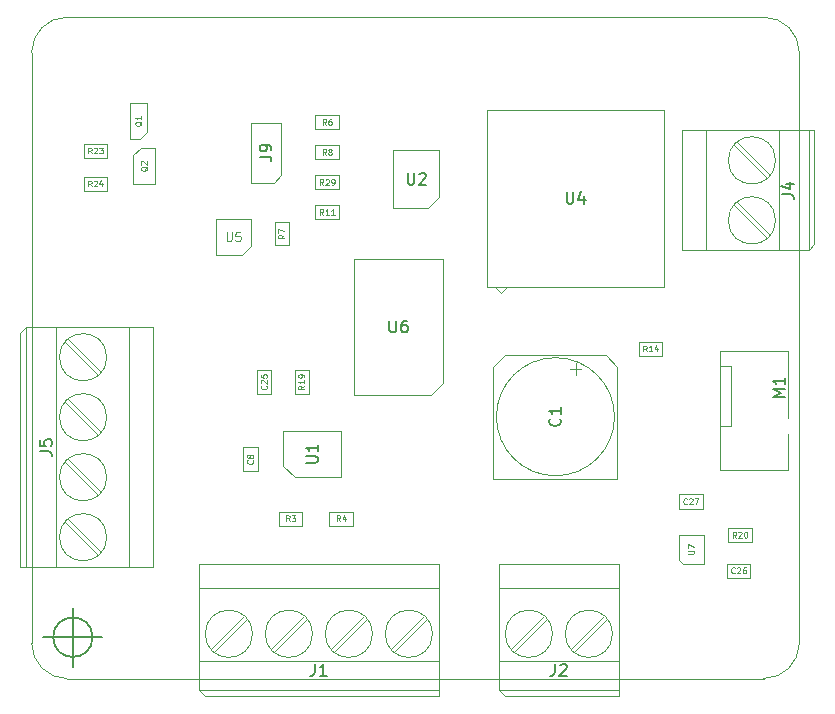
<source format=gbr>
G04 #@! TF.GenerationSoftware,KiCad,Pcbnew,(5.1.5-0-10_14)*
G04 #@! TF.CreationDate,2020-08-15T14:14:15-04:00*
G04 #@! TF.ProjectId,Mimosa-Power-Hat,4d696d6f-7361-42d5-906f-7765722d4861,rev?*
G04 #@! TF.SameCoordinates,PX4e3d4c0PY6c12040*
G04 #@! TF.FileFunction,Other,Fab,Top*
%FSLAX46Y46*%
G04 Gerber Fmt 4.6, Leading zero omitted, Abs format (unit mm)*
G04 Created by KiCad (PCBNEW (5.1.5-0-10_14)) date 2020-08-15 14:14:15*
%MOMM*%
%LPD*%
G04 APERTURE LIST*
%ADD10C,0.150000*%
%ADD11C,0.100000*%
%ADD12C,0.080000*%
%ADD13C,0.110000*%
%ADD14C,0.075000*%
G04 APERTURE END LIST*
D10*
X1666666Y0D02*
G75*
G03X1666666Y0I-1666666J0D01*
G01*
X-2500000Y0D02*
X2500000Y0D01*
X0Y2500000D02*
X0Y-2500000D01*
D11*
X-3493644Y49502389D02*
X-3493644Y-497611D01*
X-3493644Y49502389D02*
G75*
G02X-493644Y52502389I3000000J0D01*
G01*
X58506356Y52502389D02*
X-493644Y52502389D01*
X58506356Y52502389D02*
G75*
G02X61506356Y49502389I0J-3000000D01*
G01*
X61506351Y-502847D02*
X61506356Y49502389D01*
X-493644Y-3497611D02*
G75*
G02X-3493644Y-497611I0J3000000D01*
G01*
X-493644Y-3497611D02*
X58506356Y-3497611D01*
X61506351Y-502847D02*
G75*
G02X58506356Y-3497611I-2999995J5236D01*
G01*
X43060000Y22728325D02*
X42060000Y22728325D01*
X42560000Y23228325D02*
X42560000Y22228325D01*
X36610000Y23920000D02*
X35610000Y22920000D01*
X45110000Y23920000D02*
X46110000Y22920000D01*
X45110000Y23920000D02*
X36610000Y23920000D01*
X35610000Y22920000D02*
X35610000Y13420000D01*
X46110000Y22920000D02*
X46110000Y13420000D01*
X46110000Y13420000D02*
X35610000Y13420000D01*
X45860000Y18670000D02*
G75*
G03X45860000Y18670000I-5000000J0D01*
G01*
X31035000Y37296000D02*
X30060000Y36321000D01*
X31035000Y41221000D02*
X31035000Y37296000D01*
X27135000Y41221000D02*
X31035000Y41221000D01*
X27135000Y36321000D02*
X27135000Y41221000D01*
X30060000Y36321000D02*
X27135000Y36321000D01*
X2382600Y7195800D02*
X-407400Y9984800D01*
X2138600Y6951800D02*
X-651400Y9740800D01*
X2382600Y12275800D02*
X-407400Y15064800D01*
X2138600Y12031800D02*
X-651400Y14820800D01*
X2382600Y17355800D02*
X-407400Y20144800D01*
X2138600Y17111800D02*
X-651400Y19900800D01*
X2382600Y22435800D02*
X-407400Y25225800D01*
X2138600Y22191800D02*
X-651400Y24981800D01*
X4765600Y26248800D02*
X4765600Y5928800D01*
X-1434400Y26248800D02*
X-1434400Y5928800D01*
X-3934400Y26248800D02*
X-3934400Y5928800D01*
X-3934400Y26248800D02*
X6765600Y26248800D01*
X-4434400Y25748800D02*
X-3934400Y26248800D01*
X-4434400Y5928800D02*
X-4434400Y25748800D01*
X6765600Y5928800D02*
X-4434400Y5928800D01*
X6765600Y26248800D02*
X6765600Y5928800D01*
X2865600Y8468800D02*
G75*
G03X2865600Y8468800I-2000000J0D01*
G01*
X2865600Y13548800D02*
G75*
G03X2865600Y13548800I-2000000J0D01*
G01*
X2865600Y18628800D02*
G75*
G03X2865600Y18628800I-2000000J0D01*
G01*
X2865600Y23708800D02*
G75*
G03X2865600Y23708800I-2000000J0D01*
G01*
X55975360Y41649280D02*
X58765360Y38860280D01*
X56219360Y41893280D02*
X59009360Y39104280D01*
X55975360Y36569280D02*
X58765360Y33779280D01*
X56219360Y36813280D02*
X59009360Y34023280D01*
X53592360Y32756280D02*
X53592360Y42916280D01*
X59792360Y32756280D02*
X59792360Y42916280D01*
X62292360Y32756280D02*
X62292360Y42916280D01*
X62292360Y32756280D02*
X51592360Y32756280D01*
X62792360Y33256280D02*
X62292360Y32756280D01*
X62792360Y42916280D02*
X62792360Y33256280D01*
X51592360Y42916280D02*
X62792360Y42916280D01*
X51592360Y32756280D02*
X51592360Y42916280D01*
X59492360Y40376280D02*
G75*
G03X59492360Y40376280I-2000000J0D01*
G01*
X59492360Y35296280D02*
G75*
G03X59492360Y35296280I-2000000J0D01*
G01*
X44963000Y1807000D02*
X42174000Y-983000D01*
X45207000Y1563000D02*
X42418000Y-1227000D01*
X39883000Y1807000D02*
X37093000Y-983000D01*
X40127000Y1563000D02*
X37337000Y-1227000D01*
X36070000Y4190000D02*
X46230000Y4190000D01*
X36070000Y-2010000D02*
X46230000Y-2010000D01*
X36070000Y-4510000D02*
X46230000Y-4510000D01*
X36070000Y-4510000D02*
X36070000Y6190000D01*
X36570000Y-5010000D02*
X36070000Y-4510000D01*
X46230000Y-5010000D02*
X36570000Y-5010000D01*
X46230000Y6190000D02*
X46230000Y-5010000D01*
X36070000Y6190000D02*
X46230000Y6190000D01*
X45690000Y290000D02*
G75*
G03X45690000Y290000I-2000000J0D01*
G01*
X40610000Y290000D02*
G75*
G03X40610000Y290000I-2000000J0D01*
G01*
X29723000Y1807000D02*
X26934000Y-983000D01*
X29967000Y1563000D02*
X27178000Y-1227000D01*
X24643000Y1807000D02*
X21854000Y-983000D01*
X24887000Y1563000D02*
X22098000Y-1227000D01*
X19563000Y1807000D02*
X16774000Y-983000D01*
X19807000Y1563000D02*
X17018000Y-1227000D01*
X14483000Y1807000D02*
X11693000Y-983000D01*
X14727000Y1563000D02*
X11937000Y-1227000D01*
X10670000Y4190000D02*
X30990000Y4190000D01*
X10670000Y-2010000D02*
X30990000Y-2010000D01*
X10670000Y-4510000D02*
X30990000Y-4510000D01*
X10670000Y-4510000D02*
X10670000Y6190000D01*
X11170000Y-5010000D02*
X10670000Y-4510000D01*
X30990000Y-5010000D02*
X11170000Y-5010000D01*
X30990000Y6190000D02*
X30990000Y-5010000D01*
X10670000Y6190000D02*
X30990000Y6190000D01*
X30450000Y290000D02*
G75*
G03X30450000Y290000I-2000000J0D01*
G01*
X25370000Y290000D02*
G75*
G03X25370000Y290000I-2000000J0D01*
G01*
X20290000Y290000D02*
G75*
G03X20290000Y290000I-2000000J0D01*
G01*
X15210000Y290000D02*
G75*
G03X15210000Y290000I-2000000J0D01*
G01*
X53409020Y6229940D02*
X53409020Y8629940D01*
X53409020Y8629940D02*
X51309020Y8629940D01*
X51309020Y8629940D02*
X51309020Y6529940D01*
X51309020Y6529940D02*
X51659020Y6229940D01*
X51659020Y6229940D02*
X53409020Y6229940D01*
X55478900Y9259300D02*
X57478900Y9259300D01*
X55478900Y8059300D02*
X55478900Y9259300D01*
X57478900Y8059300D02*
X55478900Y8059300D01*
X57478900Y9259300D02*
X57478900Y8059300D01*
X51315840Y12093940D02*
X53315840Y12093940D01*
X51315840Y10893940D02*
X51315840Y12093940D01*
X53315840Y10893940D02*
X51315840Y10893940D01*
X53315840Y12093940D02*
X53315840Y10893940D01*
X55372220Y6239240D02*
X57372220Y6239240D01*
X55372220Y5039240D02*
X55372220Y6239240D01*
X57372220Y5039240D02*
X55372220Y5039240D01*
X57372220Y6239240D02*
X57372220Y5039240D01*
X20528500Y36577000D02*
X22528500Y36577000D01*
X20528500Y35377000D02*
X20528500Y36577000D01*
X22528500Y35377000D02*
X20528500Y35377000D01*
X22528500Y36577000D02*
X22528500Y35377000D01*
X18798740Y13559680D02*
X17823740Y14534680D01*
X22723740Y13559680D02*
X18798740Y13559680D01*
X22723740Y17459680D02*
X22723740Y13559680D01*
X17823740Y17459680D02*
X22723740Y17459680D01*
X17823740Y14534680D02*
X17823740Y17459680D01*
X22528500Y37917000D02*
X20528500Y37917000D01*
X22528500Y39117000D02*
X22528500Y37917000D01*
X20528500Y39117000D02*
X22528500Y39117000D01*
X20528500Y37917000D02*
X20528500Y39117000D01*
X907000Y38990000D02*
X2907000Y38990000D01*
X907000Y37790000D02*
X907000Y38990000D01*
X2907000Y37790000D02*
X907000Y37790000D01*
X2907000Y38990000D02*
X2907000Y37790000D01*
X907000Y41784000D02*
X2907000Y41784000D01*
X907000Y40584000D02*
X907000Y41784000D01*
X2907000Y40584000D02*
X907000Y40584000D01*
X2907000Y41784000D02*
X2907000Y40584000D01*
X18769500Y20626000D02*
X18769500Y22626000D01*
X19969500Y20626000D02*
X18769500Y20626000D01*
X19969500Y22626000D02*
X19969500Y20626000D01*
X18769500Y22626000D02*
X19969500Y22626000D01*
X47910000Y25020000D02*
X49910000Y25020000D01*
X47910000Y23820000D02*
X47910000Y25020000D01*
X49910000Y23820000D02*
X47910000Y23820000D01*
X49910000Y25020000D02*
X49910000Y23820000D01*
X22528500Y40457000D02*
X20528500Y40457000D01*
X22528500Y41657000D02*
X22528500Y40457000D01*
X20528500Y41657000D02*
X22528500Y41657000D01*
X20528500Y40457000D02*
X20528500Y41657000D01*
X18280400Y35173600D02*
X18280400Y33173600D01*
X17080400Y35173600D02*
X18280400Y35173600D01*
X17080400Y33173600D02*
X17080400Y35173600D01*
X18280400Y33173600D02*
X17080400Y33173600D01*
X22528500Y42997000D02*
X20528500Y42997000D01*
X22528500Y44197000D02*
X22528500Y42997000D01*
X20528500Y44197000D02*
X22528500Y44197000D01*
X20528500Y42997000D02*
X20528500Y44197000D01*
X23726220Y9443600D02*
X21726220Y9443600D01*
X23726220Y10643600D02*
X23726220Y9443600D01*
X21726220Y10643600D02*
X23726220Y10643600D01*
X21726220Y9443600D02*
X21726220Y10643600D01*
X17432240Y10643600D02*
X19432240Y10643600D01*
X17432240Y9443600D02*
X17432240Y10643600D01*
X19432240Y9443600D02*
X17432240Y9443600D01*
X19432240Y10643600D02*
X19432240Y9443600D01*
X15594500Y20626000D02*
X15594500Y22626000D01*
X16794500Y20626000D02*
X15594500Y20626000D01*
X16794500Y22626000D02*
X16794500Y20626000D01*
X15594500Y22626000D02*
X16794500Y22626000D01*
X15636260Y16075340D02*
X15636260Y14075340D01*
X14436260Y16075340D02*
X15636260Y16075340D01*
X14436260Y14075340D02*
X14436260Y16075340D01*
X15636260Y14075340D02*
X14436260Y14075340D01*
X31311000Y21486500D02*
X30311000Y20486500D01*
X31311000Y32036500D02*
X31311000Y21486500D01*
X23811000Y32036500D02*
X31311000Y32036500D01*
X23811000Y20486500D02*
X23811000Y32036500D01*
X30311000Y20486500D02*
X23811000Y20486500D01*
X15091000Y33131500D02*
X14341000Y32381500D01*
X15091000Y35381500D02*
X15091000Y33131500D01*
X12091000Y35381500D02*
X15091000Y35381500D01*
X12091000Y32381500D02*
X12091000Y35381500D01*
X14341000Y32381500D02*
X12091000Y32381500D01*
X60558780Y24224740D02*
X60558780Y18574740D01*
X54758780Y24224740D02*
X60558780Y24224740D01*
X54758780Y24174740D02*
X54758780Y24224740D01*
X54758780Y14124740D02*
X54758780Y24174740D01*
X60558780Y14124740D02*
X54758780Y14124740D01*
X60558780Y17224740D02*
X60558780Y14124740D01*
X55758780Y22974740D02*
X54758780Y22974740D01*
X55758780Y17874740D02*
X55758780Y22974740D01*
X54758780Y17874740D02*
X55758780Y17874740D01*
X35069860Y44666580D02*
X50069860Y44666580D01*
X50069860Y44666580D02*
X50069860Y29666580D01*
X50069860Y29666580D02*
X35069860Y29666580D01*
X35069860Y29666580D02*
X35069860Y44666580D01*
X35719860Y29666580D02*
X36219860Y29166580D01*
X36219860Y29166580D02*
X36719860Y29666580D01*
X17629600Y39126600D02*
X16994600Y38491600D01*
X17629600Y43571600D02*
X17629600Y39126600D01*
X15089600Y43571600D02*
X17629600Y43571600D01*
X15089600Y38491600D02*
X15089600Y43571600D01*
X16994600Y38491600D02*
X15089600Y38491600D01*
X6260000Y45240000D02*
X4860000Y45240000D01*
X4860000Y42200000D02*
X4860000Y45240000D01*
X6260000Y42770000D02*
X5710000Y42200000D01*
X5710000Y42200000D02*
X4860000Y42200000D01*
X6260000Y42770000D02*
X6260000Y45220000D01*
X6934500Y41451300D02*
X6934500Y38351300D01*
X6934500Y38351300D02*
X5134500Y38351300D01*
X5134500Y40801300D02*
X5134500Y38351300D01*
X6934500Y41451300D02*
X5784500Y41451300D01*
X5134500Y40801300D02*
X5784500Y41451300D01*
D10*
X41217142Y18503334D02*
X41264761Y18455715D01*
X41312380Y18312858D01*
X41312380Y18217620D01*
X41264761Y18074762D01*
X41169523Y17979524D01*
X41074285Y17931905D01*
X40883809Y17884286D01*
X40740952Y17884286D01*
X40550476Y17931905D01*
X40455238Y17979524D01*
X40360000Y18074762D01*
X40312380Y18217620D01*
X40312380Y18312858D01*
X40360000Y18455715D01*
X40407619Y18503334D01*
X41312380Y19455715D02*
X41312380Y18884286D01*
X41312380Y19170000D02*
X40312380Y19170000D01*
X40455238Y19074762D01*
X40550476Y18979524D01*
X40598095Y18884286D01*
X28338333Y39307667D02*
X28338333Y38514334D01*
X28385000Y38421000D01*
X28431666Y38374334D01*
X28525000Y38327667D01*
X28711666Y38327667D01*
X28805000Y38374334D01*
X28851666Y38421000D01*
X28898333Y38514334D01*
X28898333Y39307667D01*
X29318333Y39214334D02*
X29365000Y39261000D01*
X29458333Y39307667D01*
X29691666Y39307667D01*
X29785000Y39261000D01*
X29831666Y39214334D01*
X29878333Y39121000D01*
X29878333Y39027667D01*
X29831666Y38887667D01*
X29271666Y38327667D01*
X29878333Y38327667D01*
X-2782020Y15755467D02*
X-2067734Y15755467D01*
X-1924877Y15707848D01*
X-1829639Y15612610D01*
X-1782020Y15469753D01*
X-1782020Y15374515D01*
X-2782020Y16707848D02*
X-2782020Y16231658D01*
X-2305829Y16184039D01*
X-2353448Y16231658D01*
X-2401067Y16326896D01*
X-2401067Y16564991D01*
X-2353448Y16660229D01*
X-2305829Y16707848D01*
X-2210591Y16755467D01*
X-1972496Y16755467D01*
X-1877258Y16707848D01*
X-1829639Y16660229D01*
X-1782020Y16564991D01*
X-1782020Y16326896D01*
X-1829639Y16231658D01*
X-1877258Y16184039D01*
X60044740Y37502947D02*
X60759026Y37502947D01*
X60901883Y37455328D01*
X60997121Y37360090D01*
X61044740Y37217233D01*
X61044740Y37121995D01*
X60378074Y38407709D02*
X61044740Y38407709D01*
X59997121Y38169614D02*
X60711407Y37931519D01*
X60711407Y38550566D01*
X40816666Y-2262380D02*
X40816666Y-2976666D01*
X40769047Y-3119523D01*
X40673809Y-3214761D01*
X40530952Y-3262380D01*
X40435714Y-3262380D01*
X41245238Y-2357619D02*
X41292857Y-2310000D01*
X41388095Y-2262380D01*
X41626190Y-2262380D01*
X41721428Y-2310000D01*
X41769047Y-2357619D01*
X41816666Y-2452857D01*
X41816666Y-2548095D01*
X41769047Y-2690952D01*
X41197619Y-3262380D01*
X41816666Y-3262380D01*
X20496666Y-2262380D02*
X20496666Y-2976666D01*
X20449047Y-3119523D01*
X20353809Y-3214761D01*
X20210952Y-3262380D01*
X20115714Y-3262380D01*
X21496666Y-3262380D02*
X20925238Y-3262380D01*
X21210952Y-3262380D02*
X21210952Y-2262380D01*
X21115714Y-2405238D01*
X21020476Y-2500476D01*
X20925238Y-2548095D01*
D11*
X52085210Y7048988D02*
X52489972Y7048988D01*
X52537591Y7072798D01*
X52561400Y7096607D01*
X52585210Y7144226D01*
X52585210Y7239464D01*
X52561400Y7287083D01*
X52537591Y7310893D01*
X52489972Y7334702D01*
X52085210Y7334702D01*
X52085210Y7525179D02*
X52085210Y7858512D01*
X52585210Y7644226D01*
D12*
X56157471Y8433110D02*
X55990804Y8671205D01*
X55871757Y8433110D02*
X55871757Y8933110D01*
X56062233Y8933110D01*
X56109852Y8909300D01*
X56133661Y8885491D01*
X56157471Y8837872D01*
X56157471Y8766443D01*
X56133661Y8718824D01*
X56109852Y8695015D01*
X56062233Y8671205D01*
X55871757Y8671205D01*
X56347947Y8885491D02*
X56371757Y8909300D01*
X56419376Y8933110D01*
X56538423Y8933110D01*
X56586042Y8909300D01*
X56609852Y8885491D01*
X56633661Y8837872D01*
X56633661Y8790253D01*
X56609852Y8718824D01*
X56324138Y8433110D01*
X56633661Y8433110D01*
X56943185Y8933110D02*
X56990804Y8933110D01*
X57038423Y8909300D01*
X57062233Y8885491D01*
X57086042Y8837872D01*
X57109852Y8742634D01*
X57109852Y8623586D01*
X57086042Y8528348D01*
X57062233Y8480729D01*
X57038423Y8456920D01*
X56990804Y8433110D01*
X56943185Y8433110D01*
X56895566Y8456920D01*
X56871757Y8480729D01*
X56847947Y8528348D01*
X56824138Y8623586D01*
X56824138Y8742634D01*
X56847947Y8837872D01*
X56871757Y8885491D01*
X56895566Y8909300D01*
X56943185Y8933110D01*
X51994411Y11315369D02*
X51970601Y11291560D01*
X51899173Y11267750D01*
X51851554Y11267750D01*
X51780125Y11291560D01*
X51732506Y11339179D01*
X51708697Y11386798D01*
X51684887Y11482036D01*
X51684887Y11553464D01*
X51708697Y11648702D01*
X51732506Y11696321D01*
X51780125Y11743940D01*
X51851554Y11767750D01*
X51899173Y11767750D01*
X51970601Y11743940D01*
X51994411Y11720131D01*
X52184887Y11720131D02*
X52208697Y11743940D01*
X52256316Y11767750D01*
X52375363Y11767750D01*
X52422982Y11743940D01*
X52446792Y11720131D01*
X52470601Y11672512D01*
X52470601Y11624893D01*
X52446792Y11553464D01*
X52161078Y11267750D01*
X52470601Y11267750D01*
X52637268Y11767750D02*
X52970601Y11767750D01*
X52756316Y11267750D01*
X56050791Y5460669D02*
X56026981Y5436860D01*
X55955553Y5413050D01*
X55907934Y5413050D01*
X55836505Y5436860D01*
X55788886Y5484479D01*
X55765077Y5532098D01*
X55741267Y5627336D01*
X55741267Y5698764D01*
X55765077Y5794002D01*
X55788886Y5841621D01*
X55836505Y5889240D01*
X55907934Y5913050D01*
X55955553Y5913050D01*
X56026981Y5889240D01*
X56050791Y5865431D01*
X56241267Y5865431D02*
X56265077Y5889240D01*
X56312696Y5913050D01*
X56431743Y5913050D01*
X56479362Y5889240D01*
X56503172Y5865431D01*
X56526981Y5817812D01*
X56526981Y5770193D01*
X56503172Y5698764D01*
X56217458Y5413050D01*
X56526981Y5413050D01*
X56955553Y5913050D02*
X56860315Y5913050D01*
X56812696Y5889240D01*
X56788886Y5865431D01*
X56741267Y5794002D01*
X56717458Y5698764D01*
X56717458Y5508288D01*
X56741267Y5460669D01*
X56765077Y5436860D01*
X56812696Y5413050D01*
X56907934Y5413050D01*
X56955553Y5436860D01*
X56979362Y5460669D01*
X57003172Y5508288D01*
X57003172Y5627336D01*
X56979362Y5674955D01*
X56955553Y5698764D01*
X56907934Y5722574D01*
X56812696Y5722574D01*
X56765077Y5698764D01*
X56741267Y5674955D01*
X56717458Y5627336D01*
X21207071Y35750810D02*
X21040404Y35988905D01*
X20921357Y35750810D02*
X20921357Y36250810D01*
X21111833Y36250810D01*
X21159452Y36227000D01*
X21183261Y36203191D01*
X21207071Y36155572D01*
X21207071Y36084143D01*
X21183261Y36036524D01*
X21159452Y36012715D01*
X21111833Y35988905D01*
X20921357Y35988905D01*
X21683261Y35750810D02*
X21397547Y35750810D01*
X21540404Y35750810D02*
X21540404Y36250810D01*
X21492785Y36179381D01*
X21445166Y36131762D01*
X21397547Y36107953D01*
X22159452Y35750810D02*
X21873738Y35750810D01*
X22016595Y35750810D02*
X22016595Y36250810D01*
X21968976Y36179381D01*
X21921357Y36131762D01*
X21873738Y36107953D01*
D10*
X19737073Y14763014D02*
X20530406Y14763014D01*
X20623740Y14809680D01*
X20670406Y14856347D01*
X20717073Y14949680D01*
X20717073Y15136347D01*
X20670406Y15229680D01*
X20623740Y15276347D01*
X20530406Y15323014D01*
X19737073Y15323014D01*
X20717073Y16303014D02*
X20717073Y15743014D01*
X20717073Y16023014D02*
X19737073Y16023014D01*
X19877073Y15929680D01*
X19970406Y15836347D01*
X20017073Y15743014D01*
D12*
X21207071Y38290810D02*
X21040404Y38528905D01*
X20921357Y38290810D02*
X20921357Y38790810D01*
X21111833Y38790810D01*
X21159452Y38767000D01*
X21183261Y38743191D01*
X21207071Y38695572D01*
X21207071Y38624143D01*
X21183261Y38576524D01*
X21159452Y38552715D01*
X21111833Y38528905D01*
X20921357Y38528905D01*
X21397547Y38743191D02*
X21421357Y38767000D01*
X21468976Y38790810D01*
X21588023Y38790810D01*
X21635642Y38767000D01*
X21659452Y38743191D01*
X21683261Y38695572D01*
X21683261Y38647953D01*
X21659452Y38576524D01*
X21373738Y38290810D01*
X21683261Y38290810D01*
X21921357Y38290810D02*
X22016595Y38290810D01*
X22064214Y38314620D01*
X22088023Y38338429D01*
X22135642Y38409858D01*
X22159452Y38505096D01*
X22159452Y38695572D01*
X22135642Y38743191D01*
X22111833Y38767000D01*
X22064214Y38790810D01*
X21968976Y38790810D01*
X21921357Y38767000D01*
X21897547Y38743191D01*
X21873738Y38695572D01*
X21873738Y38576524D01*
X21897547Y38528905D01*
X21921357Y38505096D01*
X21968976Y38481286D01*
X22064214Y38481286D01*
X22111833Y38505096D01*
X22135642Y38528905D01*
X22159452Y38576524D01*
X1585571Y38163810D02*
X1418904Y38401905D01*
X1299857Y38163810D02*
X1299857Y38663810D01*
X1490333Y38663810D01*
X1537952Y38640000D01*
X1561761Y38616191D01*
X1585571Y38568572D01*
X1585571Y38497143D01*
X1561761Y38449524D01*
X1537952Y38425715D01*
X1490333Y38401905D01*
X1299857Y38401905D01*
X1776047Y38616191D02*
X1799857Y38640000D01*
X1847476Y38663810D01*
X1966523Y38663810D01*
X2014142Y38640000D01*
X2037952Y38616191D01*
X2061761Y38568572D01*
X2061761Y38520953D01*
X2037952Y38449524D01*
X1752238Y38163810D01*
X2061761Y38163810D01*
X2490333Y38497143D02*
X2490333Y38163810D01*
X2371285Y38687620D02*
X2252238Y38330477D01*
X2561761Y38330477D01*
X1585571Y40957810D02*
X1418904Y41195905D01*
X1299857Y40957810D02*
X1299857Y41457810D01*
X1490333Y41457810D01*
X1537952Y41434000D01*
X1561761Y41410191D01*
X1585571Y41362572D01*
X1585571Y41291143D01*
X1561761Y41243524D01*
X1537952Y41219715D01*
X1490333Y41195905D01*
X1299857Y41195905D01*
X1776047Y41410191D02*
X1799857Y41434000D01*
X1847476Y41457810D01*
X1966523Y41457810D01*
X2014142Y41434000D01*
X2037952Y41410191D01*
X2061761Y41362572D01*
X2061761Y41314953D01*
X2037952Y41243524D01*
X1752238Y40957810D01*
X2061761Y40957810D01*
X2228428Y41457810D02*
X2537952Y41457810D01*
X2371285Y41267334D01*
X2442714Y41267334D01*
X2490333Y41243524D01*
X2514142Y41219715D01*
X2537952Y41172096D01*
X2537952Y41053048D01*
X2514142Y41005429D01*
X2490333Y40981620D01*
X2442714Y40957810D01*
X2299857Y40957810D01*
X2252238Y40981620D01*
X2228428Y41005429D01*
X19595690Y21304572D02*
X19357595Y21137905D01*
X19595690Y21018858D02*
X19095690Y21018858D01*
X19095690Y21209334D01*
X19119500Y21256953D01*
X19143309Y21280762D01*
X19190928Y21304572D01*
X19262357Y21304572D01*
X19309976Y21280762D01*
X19333785Y21256953D01*
X19357595Y21209334D01*
X19357595Y21018858D01*
X19595690Y21780762D02*
X19595690Y21495048D01*
X19595690Y21637905D02*
X19095690Y21637905D01*
X19167119Y21590286D01*
X19214738Y21542667D01*
X19238547Y21495048D01*
X19595690Y22018858D02*
X19595690Y22114096D01*
X19571880Y22161715D01*
X19548071Y22185524D01*
X19476642Y22233143D01*
X19381404Y22256953D01*
X19190928Y22256953D01*
X19143309Y22233143D01*
X19119500Y22209334D01*
X19095690Y22161715D01*
X19095690Y22066477D01*
X19119500Y22018858D01*
X19143309Y21995048D01*
X19190928Y21971239D01*
X19309976Y21971239D01*
X19357595Y21995048D01*
X19381404Y22018858D01*
X19405214Y22066477D01*
X19405214Y22161715D01*
X19381404Y22209334D01*
X19357595Y22233143D01*
X19309976Y22256953D01*
X48588571Y24193810D02*
X48421904Y24431905D01*
X48302857Y24193810D02*
X48302857Y24693810D01*
X48493333Y24693810D01*
X48540952Y24670000D01*
X48564761Y24646191D01*
X48588571Y24598572D01*
X48588571Y24527143D01*
X48564761Y24479524D01*
X48540952Y24455715D01*
X48493333Y24431905D01*
X48302857Y24431905D01*
X49064761Y24193810D02*
X48779047Y24193810D01*
X48921904Y24193810D02*
X48921904Y24693810D01*
X48874285Y24622381D01*
X48826666Y24574762D01*
X48779047Y24550953D01*
X49493333Y24527143D02*
X49493333Y24193810D01*
X49374285Y24717620D02*
X49255238Y24360477D01*
X49564761Y24360477D01*
X21445166Y40830810D02*
X21278500Y41068905D01*
X21159452Y40830810D02*
X21159452Y41330810D01*
X21349928Y41330810D01*
X21397547Y41307000D01*
X21421357Y41283191D01*
X21445166Y41235572D01*
X21445166Y41164143D01*
X21421357Y41116524D01*
X21397547Y41092715D01*
X21349928Y41068905D01*
X21159452Y41068905D01*
X21730880Y41116524D02*
X21683261Y41140334D01*
X21659452Y41164143D01*
X21635642Y41211762D01*
X21635642Y41235572D01*
X21659452Y41283191D01*
X21683261Y41307000D01*
X21730880Y41330810D01*
X21826119Y41330810D01*
X21873738Y41307000D01*
X21897547Y41283191D01*
X21921357Y41235572D01*
X21921357Y41211762D01*
X21897547Y41164143D01*
X21873738Y41140334D01*
X21826119Y41116524D01*
X21730880Y41116524D01*
X21683261Y41092715D01*
X21659452Y41068905D01*
X21635642Y41021286D01*
X21635642Y40926048D01*
X21659452Y40878429D01*
X21683261Y40854620D01*
X21730880Y40830810D01*
X21826119Y40830810D01*
X21873738Y40854620D01*
X21897547Y40878429D01*
X21921357Y40926048D01*
X21921357Y41021286D01*
X21897547Y41068905D01*
X21873738Y41092715D01*
X21826119Y41116524D01*
X17906590Y34090267D02*
X17668495Y33923600D01*
X17906590Y33804553D02*
X17406590Y33804553D01*
X17406590Y33995029D01*
X17430400Y34042648D01*
X17454209Y34066458D01*
X17501828Y34090267D01*
X17573257Y34090267D01*
X17620876Y34066458D01*
X17644685Y34042648D01*
X17668495Y33995029D01*
X17668495Y33804553D01*
X17406590Y34256934D02*
X17406590Y34590267D01*
X17906590Y34375981D01*
X21445166Y43370810D02*
X21278500Y43608905D01*
X21159452Y43370810D02*
X21159452Y43870810D01*
X21349928Y43870810D01*
X21397547Y43847000D01*
X21421357Y43823191D01*
X21445166Y43775572D01*
X21445166Y43704143D01*
X21421357Y43656524D01*
X21397547Y43632715D01*
X21349928Y43608905D01*
X21159452Y43608905D01*
X21873738Y43870810D02*
X21778500Y43870810D01*
X21730880Y43847000D01*
X21707071Y43823191D01*
X21659452Y43751762D01*
X21635642Y43656524D01*
X21635642Y43466048D01*
X21659452Y43418429D01*
X21683261Y43394620D01*
X21730880Y43370810D01*
X21826119Y43370810D01*
X21873738Y43394620D01*
X21897547Y43418429D01*
X21921357Y43466048D01*
X21921357Y43585096D01*
X21897547Y43632715D01*
X21873738Y43656524D01*
X21826119Y43680334D01*
X21730880Y43680334D01*
X21683261Y43656524D01*
X21659452Y43632715D01*
X21635642Y43585096D01*
X22642886Y9817410D02*
X22476220Y10055505D01*
X22357172Y9817410D02*
X22357172Y10317410D01*
X22547648Y10317410D01*
X22595267Y10293600D01*
X22619077Y10269791D01*
X22642886Y10222172D01*
X22642886Y10150743D01*
X22619077Y10103124D01*
X22595267Y10079315D01*
X22547648Y10055505D01*
X22357172Y10055505D01*
X23071458Y10150743D02*
X23071458Y9817410D01*
X22952410Y10341220D02*
X22833362Y9984077D01*
X23142886Y9984077D01*
X18348906Y9817410D02*
X18182240Y10055505D01*
X18063192Y9817410D02*
X18063192Y10317410D01*
X18253668Y10317410D01*
X18301287Y10293600D01*
X18325097Y10269791D01*
X18348906Y10222172D01*
X18348906Y10150743D01*
X18325097Y10103124D01*
X18301287Y10079315D01*
X18253668Y10055505D01*
X18063192Y10055505D01*
X18515573Y10317410D02*
X18825097Y10317410D01*
X18658430Y10126934D01*
X18729859Y10126934D01*
X18777478Y10103124D01*
X18801287Y10079315D01*
X18825097Y10031696D01*
X18825097Y9912648D01*
X18801287Y9865029D01*
X18777478Y9841220D01*
X18729859Y9817410D01*
X18587001Y9817410D01*
X18539382Y9841220D01*
X18515573Y9865029D01*
X16373071Y21304572D02*
X16396880Y21280762D01*
X16420690Y21209334D01*
X16420690Y21161715D01*
X16396880Y21090286D01*
X16349261Y21042667D01*
X16301642Y21018858D01*
X16206404Y20995048D01*
X16134976Y20995048D01*
X16039738Y21018858D01*
X15992119Y21042667D01*
X15944500Y21090286D01*
X15920690Y21161715D01*
X15920690Y21209334D01*
X15944500Y21280762D01*
X15968309Y21304572D01*
X15968309Y21495048D02*
X15944500Y21518858D01*
X15920690Y21566477D01*
X15920690Y21685524D01*
X15944500Y21733143D01*
X15968309Y21756953D01*
X16015928Y21780762D01*
X16063547Y21780762D01*
X16134976Y21756953D01*
X16420690Y21471239D01*
X16420690Y21780762D01*
X15920690Y22233143D02*
X15920690Y21995048D01*
X16158785Y21971239D01*
X16134976Y21995048D01*
X16111166Y22042667D01*
X16111166Y22161715D01*
X16134976Y22209334D01*
X16158785Y22233143D01*
X16206404Y22256953D01*
X16325452Y22256953D01*
X16373071Y22233143D01*
X16396880Y22209334D01*
X16420690Y22161715D01*
X16420690Y22042667D01*
X16396880Y21995048D01*
X16373071Y21971239D01*
X15214831Y14992007D02*
X15238640Y14968198D01*
X15262450Y14896769D01*
X15262450Y14849150D01*
X15238640Y14777721D01*
X15191021Y14730102D01*
X15143402Y14706293D01*
X15048164Y14682483D01*
X14976736Y14682483D01*
X14881498Y14706293D01*
X14833879Y14730102D01*
X14786260Y14777721D01*
X14762450Y14849150D01*
X14762450Y14896769D01*
X14786260Y14968198D01*
X14810069Y14992007D01*
X14976736Y15277721D02*
X14952926Y15230102D01*
X14929117Y15206293D01*
X14881498Y15182483D01*
X14857688Y15182483D01*
X14810069Y15206293D01*
X14786260Y15230102D01*
X14762450Y15277721D01*
X14762450Y15372960D01*
X14786260Y15420579D01*
X14810069Y15444388D01*
X14857688Y15468198D01*
X14881498Y15468198D01*
X14929117Y15444388D01*
X14952926Y15420579D01*
X14976736Y15372960D01*
X14976736Y15277721D01*
X15000545Y15230102D01*
X15024355Y15206293D01*
X15071974Y15182483D01*
X15167212Y15182483D01*
X15214831Y15206293D01*
X15238640Y15230102D01*
X15262450Y15277721D01*
X15262450Y15372960D01*
X15238640Y15420579D01*
X15214831Y15444388D01*
X15167212Y15468198D01*
X15071974Y15468198D01*
X15024355Y15444388D01*
X15000545Y15420579D01*
X14976736Y15372960D01*
D10*
X26799095Y26809120D02*
X26799095Y25999596D01*
X26846714Y25904358D01*
X26894333Y25856739D01*
X26989571Y25809120D01*
X27180047Y25809120D01*
X27275285Y25856739D01*
X27322904Y25904358D01*
X27370523Y25999596D01*
X27370523Y26809120D01*
X28275285Y26809120D02*
X28084809Y26809120D01*
X27989571Y26761500D01*
X27941952Y26713881D01*
X27846714Y26571024D01*
X27799095Y26380548D01*
X27799095Y25999596D01*
X27846714Y25904358D01*
X27894333Y25856739D01*
X27989571Y25809120D01*
X28180047Y25809120D01*
X28275285Y25856739D01*
X28322904Y25904358D01*
X28370523Y25999596D01*
X28370523Y26237691D01*
X28322904Y26332929D01*
X28275285Y26380548D01*
X28180047Y26428167D01*
X27989571Y26428167D01*
X27894333Y26380548D01*
X27846714Y26332929D01*
X27799095Y26237691D01*
D13*
X13019571Y34292215D02*
X13019571Y33685072D01*
X13055285Y33613643D01*
X13091000Y33577929D01*
X13162428Y33542215D01*
X13305285Y33542215D01*
X13376714Y33577929D01*
X13412428Y33613643D01*
X13448142Y33685072D01*
X13448142Y34292215D01*
X14162428Y34292215D02*
X13805285Y34292215D01*
X13769571Y33935072D01*
X13805285Y33970786D01*
X13876714Y34006500D01*
X14055285Y34006500D01*
X14126714Y33970786D01*
X14162428Y33935072D01*
X14198142Y33863643D01*
X14198142Y33685072D01*
X14162428Y33613643D01*
X14126714Y33577929D01*
X14055285Y33542215D01*
X13876714Y33542215D01*
X13805285Y33577929D01*
X13769571Y33613643D01*
D10*
X60261160Y20315217D02*
X59261160Y20315217D01*
X59975446Y20648550D01*
X59261160Y20981883D01*
X60261160Y20981883D01*
X60261160Y21981883D02*
X60261160Y21410455D01*
X60261160Y21696169D02*
X59261160Y21696169D01*
X59404018Y21600931D01*
X59499256Y21505693D01*
X59546875Y21410455D01*
X41807955Y37714200D02*
X41807955Y36904676D01*
X41855574Y36809438D01*
X41903193Y36761819D01*
X41998431Y36714200D01*
X42188907Y36714200D01*
X42284145Y36761819D01*
X42331764Y36809438D01*
X42379383Y36904676D01*
X42379383Y37714200D01*
X43284145Y37380866D02*
X43284145Y36714200D01*
X43046050Y37761819D02*
X42807955Y37047533D01*
X43427002Y37047533D01*
X15811980Y40698267D02*
X16526266Y40698267D01*
X16669123Y40650648D01*
X16764361Y40555410D01*
X16811980Y40412553D01*
X16811980Y40317315D01*
X16811980Y41222077D02*
X16811980Y41412553D01*
X16764361Y41507791D01*
X16716742Y41555410D01*
X16573885Y41650648D01*
X16383409Y41698267D01*
X16002457Y41698267D01*
X15907219Y41650648D01*
X15859600Y41603029D01*
X15811980Y41507791D01*
X15811980Y41317315D01*
X15859600Y41222077D01*
X15907219Y41174458D01*
X16002457Y41126839D01*
X16240552Y41126839D01*
X16335790Y41174458D01*
X16383409Y41222077D01*
X16431028Y41317315D01*
X16431028Y41507791D01*
X16383409Y41603029D01*
X16335790Y41650648D01*
X16240552Y41698267D01*
D14*
X5833809Y43672381D02*
X5810000Y43624762D01*
X5762380Y43577143D01*
X5690952Y43505715D01*
X5667142Y43458096D01*
X5667142Y43410477D01*
X5786190Y43434286D02*
X5762380Y43386667D01*
X5714761Y43339048D01*
X5619523Y43315239D01*
X5452857Y43315239D01*
X5357619Y43339048D01*
X5310000Y43386667D01*
X5286190Y43434286D01*
X5286190Y43529524D01*
X5310000Y43577143D01*
X5357619Y43624762D01*
X5452857Y43648572D01*
X5619523Y43648572D01*
X5714761Y43624762D01*
X5762380Y43577143D01*
X5786190Y43529524D01*
X5786190Y43434286D01*
X5786190Y44124762D02*
X5786190Y43839048D01*
X5786190Y43981905D02*
X5286190Y43981905D01*
X5357619Y43934286D01*
X5405238Y43886667D01*
X5429047Y43839048D01*
X6308309Y39853681D02*
X6284500Y39806062D01*
X6236880Y39758443D01*
X6165452Y39687015D01*
X6141642Y39639396D01*
X6141642Y39591777D01*
X6260690Y39615586D02*
X6236880Y39567967D01*
X6189261Y39520348D01*
X6094023Y39496539D01*
X5927357Y39496539D01*
X5832119Y39520348D01*
X5784500Y39567967D01*
X5760690Y39615586D01*
X5760690Y39710824D01*
X5784500Y39758443D01*
X5832119Y39806062D01*
X5927357Y39829872D01*
X6094023Y39829872D01*
X6189261Y39806062D01*
X6236880Y39758443D01*
X6260690Y39710824D01*
X6260690Y39615586D01*
X5808309Y40020348D02*
X5784500Y40044158D01*
X5760690Y40091777D01*
X5760690Y40210824D01*
X5784500Y40258443D01*
X5808309Y40282253D01*
X5855928Y40306062D01*
X5903547Y40306062D01*
X5974976Y40282253D01*
X6260690Y39996539D01*
X6260690Y40306062D01*
M02*

</source>
